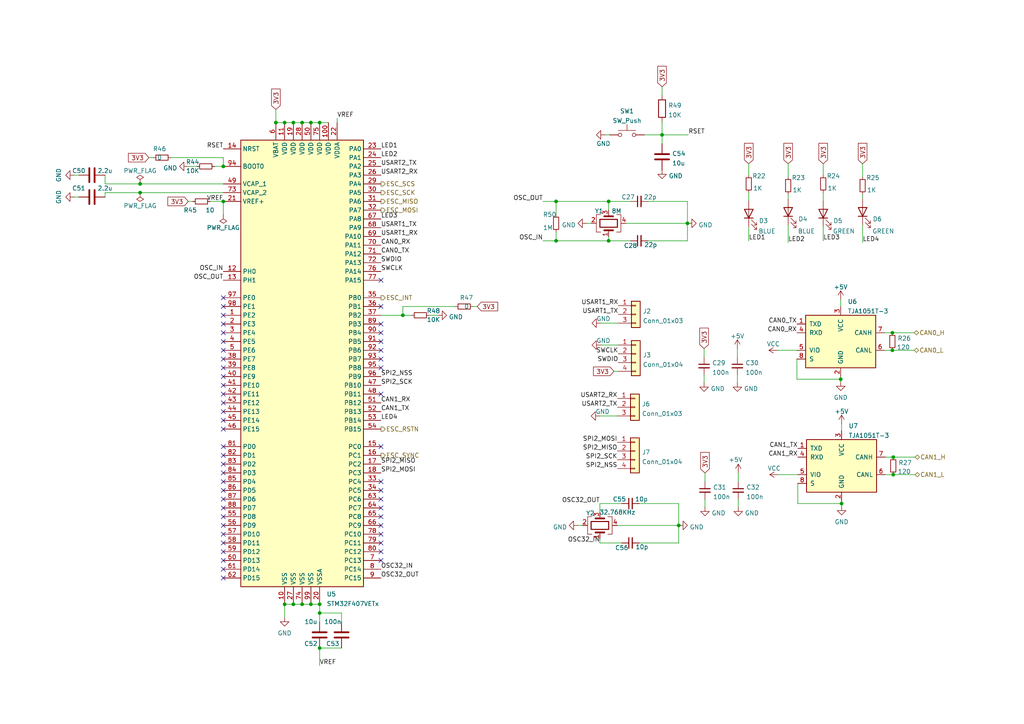
<source format=kicad_sch>
(kicad_sch (version 20211123) (generator eeschema)
  (paper "A4")
  (lib_symbols
    (symbol "Connector_Generic:Conn_01x03" (pin_names (offset 1.016) hide)
      (property "Reference" "J" (at 0 5.08 0))
      (property "Value" "Conn_01x03" (at 0 -5.08 0))
      (symbol "Conn_01x03_1_1"
        (rectangle (start -1.27 -2.413) (end 0 -2.667) (stroke (width 0.1524)))
        (rectangle (start -1.27 0.127) (end 0 -0.127) (stroke (width 0.1524)))
        (rectangle (start -1.27 2.667) (end 0 2.413) (stroke (width 0.1524)))
        (rectangle (start -1.27 3.81) (end 1.27 -3.81) (stroke (width 0.254)) (fill (type background)))
        (pin passive line (at -5.08 2.54 0) (length 3.81) (name "Pin_1") (number "1"))
        (pin passive line (at -5.08 0 0) (length 3.81) (name "Pin_2") (number "2"))
        (pin passive line (at -5.08 -2.54 0) (length 3.81) (name "Pin_3") (number "3"))
      )
    )
    (symbol "Connector_Generic:Conn_01x04" (pin_names (offset 1.016) hide)
      (property "Reference" "J" (at 0 5.08 0))
      (property "Value" "Conn_01x04" (at 0 -7.62 0))
      (symbol "Conn_01x04_1_1"
        (rectangle (start -1.27 -4.953) (end 0 -5.207) (stroke (width 0.1524)))
        (rectangle (start -1.27 -2.413) (end 0 -2.667) (stroke (width 0.1524)))
        (rectangle (start -1.27 0.127) (end 0 -0.127) (stroke (width 0.1524)))
        (rectangle (start -1.27 2.667) (end 0 2.413) (stroke (width 0.1524)))
        (rectangle (start -1.27 3.81) (end 1.27 -6.35) (stroke (width 0.254)) (fill (type background)))
        (pin passive line (at -5.08 2.54 0) (length 3.81) (name "Pin_1") (number "1"))
        (pin passive line (at -5.08 0 0) (length 3.81) (name "Pin_2") (number "2"))
        (pin passive line (at -5.08 -2.54 0) (length 3.81) (name "Pin_3") (number "3"))
        (pin passive line (at -5.08 -5.08 0) (length 3.81) (name "Pin_4") (number "4"))
      )
    )
    (symbol "Device:C" (pin_numbers hide) (pin_names (offset 0.254))
      (property "Reference" "C" (at 0.635 2.54 0))
      (property "Value" "C" (at 0.635 -2.54 0))
      (symbol "C_0_1"
        (polyline (pts (xy -2.032 -0.762) (xy 2.032 -0.762)) (stroke (width 0.508)))
        (polyline (pts (xy -2.032 0.762) (xy 2.032 0.762)) (stroke (width 0.508)))
      )
      (symbol "C_1_1"
        (pin passive line (at 0 3.81 270) (length 2.794) (name "~") (number "1"))
        (pin passive line (at 0 -3.81 90) (length 2.794) (name "~") (number "2"))
      )
    )
    (symbol "Device:C_Small" (pin_numbers hide) (pin_names (offset 0.254) hide)
      (property "Reference" "C" (at 0.254 1.778 0))
      (property "Value" "C_Small" (at 0.254 -2.032 0))
      (symbol "C_Small_0_1"
        (polyline (pts (xy -1.524 -0.508) (xy 1.524 -0.508)) (stroke (width 0.3302)))
        (polyline (pts (xy -1.524 0.508) (xy 1.524 0.508)) (stroke (width 0.3048)))
      )
      (symbol "C_Small_1_1"
        (pin passive line (at 0 2.54 270) (length 2.032) (name "~") (number "1"))
        (pin passive line (at 0 -2.54 90) (length 2.032) (name "~") (number "2"))
      )
    )
    (symbol "Device:Crystal_GND24" (pin_names (offset 1.016) hide)
      (property "Reference" "Y" (at 3.175 5.08 0))
      (property "Value" "Crystal_GND24" (at 3.175 3.175 0))
      (symbol "Crystal_GND24_0_1"
        (rectangle (start -1.143 2.54) (end 1.143 -2.54) (stroke (width 0.3048)))
        (polyline (pts (xy -2.54 0) (xy -2.032 0)))
        (polyline (pts (xy -2.032 -1.27) (xy -2.032 1.27)) (stroke (width 0.508)))
        (polyline (pts (xy 0 -3.81) (xy 0 -3.556)))
        (polyline (pts (xy 0 3.556) (xy 0 3.81)))
        (polyline (pts (xy 2.032 -1.27) (xy 2.032 1.27)) (stroke (width 0.508)))
        (polyline (pts (xy 2.032 0) (xy 2.54 0)))
        (polyline (pts (xy -2.54 -2.286) (xy -2.54 -3.556) (xy 2.54 -3.556) (xy 2.54 -2.286)))
        (polyline (pts (xy -2.54 2.286) (xy -2.54 3.556) (xy 2.54 3.556) (xy 2.54 2.286)))
      )
      (symbol "Crystal_GND24_1_1"
        (pin passive line (at -3.81 0 0) (length 1.27) (name "1") (number "1"))
        (pin passive line (at 0 5.08 270) (length 1.27) (name "2") (number "2"))
        (pin passive line (at 3.81 0 180) (length 1.27) (name "3") (number "3"))
        (pin passive line (at 0 -5.08 90) (length 1.27) (name "4") (number "4"))
      )
    )
    (symbol "Device:LED" (pin_numbers hide) (pin_names (offset 1.016) hide)
      (property "Reference" "D" (at 0 2.54 0))
      (property "Value" "LED" (at 0 -2.54 0))
      (symbol "LED_0_1"
        (polyline (pts (xy -1.27 -1.27) (xy -1.27 1.27)) (stroke (width 0.254)))
        (polyline (pts (xy -1.27 0) (xy 1.27 0)))
        (polyline (pts (xy 1.27 -1.27) (xy 1.27 1.27) (xy -1.27 0) (xy 1.27 -1.27)) (stroke (width 0.254)))
        (polyline (pts (xy -3.048 -0.762) (xy -4.572 -2.286) (xy -3.81 -2.286) (xy -4.572 -2.286) (xy -4.572 -1.524)))
        (polyline (pts (xy -1.778 -0.762) (xy -3.302 -2.286) (xy -2.54 -2.286) (xy -3.302 -2.286) (xy -3.302 -1.524)))
      )
      (symbol "LED_1_1"
        (pin passive line (at -3.81 0 0) (length 2.54) (name "K") (number "1"))
        (pin passive line (at 3.81 0 180) (length 2.54) (name "A") (number "2"))
      )
    )
    (symbol "Device:R" (pin_numbers hide) (pin_names (offset 0))
      (property "Reference" "R" (at 2.032 0 90))
      (property "Value" "R" (at 0 0 90))
      (symbol "R_0_1"
        (rectangle (start -1.016 -2.54) (end 1.016 2.54) (stroke (width 0.254)))
      )
      (symbol "R_1_1"
        (pin passive line (at 0 3.81 270) (length 1.27) (name "~") (number "1"))
        (pin passive line (at 0 -3.81 90) (length 1.27) (name "~") (number "2"))
      )
    )
    (symbol "Device:R_Small" (pin_numbers hide) (pin_names (offset 0.254) hide)
      (property "Reference" "R" (at 0.762 0.508 0))
      (property "Value" "R_Small" (at 0.762 -1.016 0))
      (symbol "R_Small_0_1"
        (rectangle (start -0.762 1.778) (end 0.762 -1.778) (stroke (width 0.2032)))
      )
      (symbol "R_Small_1_1"
        (pin passive line (at 0 2.54 270) (length 0.762) (name "~") (number "1"))
        (pin passive line (at 0 -2.54 90) (length 0.762) (name "~") (number "2"))
      )
    )
    (symbol "Interface_CAN_LIN:TJA1051T-3" (pin_names (offset 1.016))
      (property "Reference" "U" (at -10.16 8.89 0))
      (property "Value" "TJA1051T-3" (at 1.27 8.89 0))
      (symbol "TJA1051T-3_0_1"
        (rectangle (start -10.16 7.62) (end 10.16 -7.62) (stroke (width 0.254)) (fill (type background)))
      )
      (symbol "TJA1051T-3_1_1"
        (pin input line (at -12.7 5.08 0) (length 2.54) (name "TXD") (number "1"))
        (pin power_in line (at 0 -10.16 90) (length 2.54) (name "GND") (number "2"))
        (pin power_in line (at 0 10.16 270) (length 2.54) (name "VCC") (number "3"))
        (pin output line (at -12.7 2.54 0) (length 2.54) (name "RXD") (number "4"))
        (pin power_in line (at -12.7 -2.54 0) (length 2.54) (name "VIO") (number "5"))
        (pin bidirectional line (at 12.7 -2.54 180) (length 2.54) (name "CANL") (number "6"))
        (pin bidirectional line (at 12.7 2.54 180) (length 2.54) (name "CANH") (number "7"))
        (pin input line (at -12.7 -5.08 0) (length 2.54) (name "S") (number "8"))
      )
    )
    (symbol "MCU_ST_STM32F4:STM32F407VETx"
      (property "Reference" "U" (at -17.78 64.77 0))
      (property "Value" "STM32F407VETx" (at 12.7 64.77 0))
      (symbol "STM32F407VETx_0_1"
        (rectangle (start -17.78 -66.04) (end 17.78 63.5) (stroke (width 0.254)) (fill (type background)))
      )
      (symbol "STM32F407VETx_1_1"
        (pin bidirectional line (at -22.86 12.7 0) (length 5.08) (name "PE2") (number "1"))
        (pin power_in line (at -5.08 -71.12 90) (length 5.08) (name "VSS") (number "10"))
        (pin power_in line (at 7.62 68.58 270) (length 5.08) (name "VDD") (number "100"))
        (pin power_in line (at -5.08 68.58 270) (length 5.08) (name "VDD") (number "11"))
        (pin input line (at -22.86 25.4 0) (length 5.08) (name "PH0") (number "12"))
        (pin input line (at -22.86 22.86 0) (length 5.08) (name "PH1") (number "13"))
        (pin input line (at -22.86 60.96 0) (length 5.08) (name "NRST") (number "14"))
        (pin bidirectional line (at 22.86 -25.4 180) (length 5.08) (name "PC0") (number "15"))
        (pin bidirectional line (at 22.86 -27.94 180) (length 5.08) (name "PC1") (number "16"))
        (pin bidirectional line (at 22.86 -30.48 180) (length 5.08) (name "PC2") (number "17"))
        (pin bidirectional line (at 22.86 -33.02 180) (length 5.08) (name "PC3") (number "18"))
        (pin power_in line (at -2.54 68.58 270) (length 5.08) (name "VDD") (number "19"))
        (pin bidirectional line (at -22.86 10.16 0) (length 5.08) (name "PE3") (number "2"))
        (pin power_in line (at 5.08 -71.12 90) (length 5.08) (name "VSSA") (number "20"))
        (pin power_in line (at -22.86 45.72 0) (length 5.08) (name "VREF+") (number "21"))
        (pin power_in line (at 10.16 68.58 270) (length 5.08) (name "VDDA") (number "22"))
        (pin bidirectional line (at 22.86 60.96 180) (length 5.08) (name "PA0") (number "23"))
        (pin bidirectional line (at 22.86 58.42 180) (length 5.08) (name "PA1") (number "24"))
        (pin bidirectional line (at 22.86 55.88 180) (length 5.08) (name "PA2") (number "25"))
        (pin bidirectional line (at 22.86 53.34 180) (length 5.08) (name "PA3") (number "26"))
        (pin power_in line (at -2.54 -71.12 90) (length 5.08) (name "VSS") (number "27"))
        (pin power_in line (at 0 68.58 270) (length 5.08) (name "VDD") (number "28"))
        (pin bidirectional line (at 22.86 50.8 180) (length 5.08) (name "PA4") (number "29"))
        (pin bidirectional line (at -22.86 7.62 0) (length 5.08) (name "PE4") (number "3"))
        (pin bidirectional line (at 22.86 48.26 180) (length 5.08) (name "PA5") (number "30"))
        (pin bidirectional line (at 22.86 45.72 180) (length 5.08) (name "PA6") (number "31"))
        (pin bidirectional line (at 22.86 43.18 180) (length 5.08) (name "PA7") (number "32"))
        (pin bidirectional line (at 22.86 -35.56 180) (length 5.08) (name "PC4") (number "33"))
        (pin bidirectional line (at 22.86 -38.1 180) (length 5.08) (name "PC5") (number "34"))
        (pin bidirectional line (at 22.86 17.78 180) (length 5.08) (name "PB0") (number "35"))
        (pin bidirectional line (at 22.86 15.24 180) (length 5.08) (name "PB1") (number "36"))
        (pin bidirectional line (at 22.86 12.7 180) (length 5.08) (name "PB2") (number "37"))
        (pin bidirectional line (at -22.86 0 0) (length 5.08) (name "PE7") (number "38"))
        (pin bidirectional line (at -22.86 -2.54 0) (length 5.08) (name "PE8") (number "39"))
        (pin bidirectional line (at -22.86 5.08 0) (length 5.08) (name "PE5") (number "4"))
        (pin bidirectional line (at -22.86 -5.08 0) (length 5.08) (name "PE9") (number "40"))
        (pin bidirectional line (at -22.86 -7.62 0) (length 5.08) (name "PE10") (number "41"))
        (pin bidirectional line (at -22.86 -10.16 0) (length 5.08) (name "PE11") (number "42"))
        (pin bidirectional line (at -22.86 -12.7 0) (length 5.08) (name "PE12") (number "43"))
        (pin bidirectional line (at -22.86 -15.24 0) (length 5.08) (name "PE13") (number "44"))
        (pin bidirectional line (at -22.86 -17.78 0) (length 5.08) (name "PE14") (number "45"))
        (pin bidirectional line (at -22.86 -20.32 0) (length 5.08) (name "PE15") (number "46"))
        (pin bidirectional line (at 22.86 -7.62 180) (length 5.08) (name "PB10") (number "47"))
        (pin bidirectional line (at 22.86 -10.16 180) (length 5.08) (name "PB11") (number "48"))
        (pin power_in line (at -22.86 50.8 0) (length 5.08) (name "VCAP_1") (number "49"))
        (pin bidirectional line (at -22.86 2.54 0) (length 5.08) (name "PE6") (number "5"))
        (pin power_in line (at 2.54 68.58 270) (length 5.08) (name "VDD") (number "50"))
        (pin bidirectional line (at 22.86 -12.7 180) (length 5.08) (name "PB12") (number "51"))
        (pin bidirectional line (at 22.86 -15.24 180) (length 5.08) (name "PB13") (number "52"))
        (pin bidirectional line (at 22.86 -17.78 180) (length 5.08) (name "PB14") (number "53"))
        (pin bidirectional line (at 22.86 -20.32 180) (length 5.08) (name "PB15") (number "54"))
        (pin bidirectional line (at -22.86 -45.72 0) (length 5.08) (name "PD8") (number "55"))
        (pin bidirectional line (at -22.86 -48.26 0) (length 5.08) (name "PD9") (number "56"))
        (pin bidirectional line (at -22.86 -50.8 0) (length 5.08) (name "PD10") (number "57"))
        (pin bidirectional line (at -22.86 -53.34 0) (length 5.08) (name "PD11") (number "58"))
        (pin bidirectional line (at -22.86 -55.88 0) (length 5.08) (name "PD12") (number "59"))
        (pin power_in line (at -7.62 68.58 270) (length 5.08) (name "VBAT") (number "6"))
        (pin bidirectional line (at -22.86 -58.42 0) (length 5.08) (name "PD13") (number "60"))
        (pin bidirectional line (at -22.86 -60.96 0) (length 5.08) (name "PD14") (number "61"))
        (pin bidirectional line (at -22.86 -63.5 0) (length 5.08) (name "PD15") (number "62"))
        (pin bidirectional line (at 22.86 -40.64 180) (length 5.08) (name "PC6") (number "63"))
        (pin bidirectional line (at 22.86 -43.18 180) (length 5.08) (name "PC7") (number "64"))
        (pin bidirectional line (at 22.86 -45.72 180) (length 5.08) (name "PC8") (number "65"))
        (pin bidirectional line (at 22.86 -48.26 180) (length 5.08) (name "PC9") (number "66"))
        (pin bidirectional line (at 22.86 40.64 180) (length 5.08) (name "PA8") (number "67"))
        (pin bidirectional line (at 22.86 38.1 180) (length 5.08) (name "PA9") (number "68"))
        (pin bidirectional line (at 22.86 35.56 180) (length 5.08) (name "PA10") (number "69"))
        (pin bidirectional line (at 22.86 -58.42 180) (length 5.08) (name "PC13") (number "7"))
        (pin bidirectional line (at 22.86 33.02 180) (length 5.08) (name "PA11") (number "70"))
        (pin bidirectional line (at 22.86 30.48 180) (length 5.08) (name "PA12") (number "71"))
        (pin bidirectional line (at 22.86 27.94 180) (length 5.08) (name "PA13") (number "72"))
        (pin power_in line (at -22.86 48.26 0) (length 5.08) (name "VCAP_2") (number "73"))
        (pin power_in line (at 0 -71.12 90) (length 5.08) (name "VSS") (number "74"))
        (pin power_in line (at 5.08 68.58 270) (length 5.08) (name "VDD") (number "75"))
        (pin bidirectional line (at 22.86 25.4 180) (length 5.08) (name "PA14") (number "76"))
        (pin bidirectional line (at 22.86 22.86 180) (length 5.08) (name "PA15") (number "77"))
        (pin bidirectional line (at 22.86 -50.8 180) (length 5.08) (name "PC10") (number "78"))
        (pin bidirectional line (at 22.86 -53.34 180) (length 5.08) (name "PC11") (number "79"))
        (pin bidirectional line (at 22.86 -60.96 180) (length 5.08) (name "PC14") (number "8"))
        (pin bidirectional line (at 22.86 -55.88 180) (length 5.08) (name "PC12") (number "80"))
        (pin bidirectional line (at -22.86 -25.4 0) (length 5.08) (name "PD0") (number "81"))
        (pin bidirectional line (at -22.86 -27.94 0) (length 5.08) (name "PD1") (number "82"))
        (pin bidirectional line (at -22.86 -30.48 0) (length 5.08) (name "PD2") (number "83"))
        (pin bidirectional line (at -22.86 -33.02 0) (length 5.08) (name "PD3") (number "84"))
        (pin bidirectional line (at -22.86 -35.56 0) (length 5.08) (name "PD4") (number "85"))
        (pin bidirectional line (at -22.86 -38.1 0) (length 5.08) (name "PD5") (number "86"))
        (pin bidirectional line (at -22.86 -40.64 0) (length 5.08) (name "PD6") (number "87"))
        (pin bidirectional line (at -22.86 -43.18 0) (length 5.08) (name "PD7") (number "88"))
        (pin bidirectional line (at 22.86 10.16 180) (length 5.08) (name "PB3") (number "89"))
        (pin bidirectional line (at 22.86 -63.5 180) (length 5.08) (name "PC15") (number "9"))
        (pin bidirectional line (at 22.86 7.62 180) (length 5.08) (name "PB4") (number "90"))
        (pin bidirectional line (at 22.86 5.08 180) (length 5.08) (name "PB5") (number "91"))
        (pin bidirectional line (at 22.86 2.54 180) (length 5.08) (name "PB6") (number "92"))
        (pin bidirectional line (at 22.86 0 180) (length 5.08) (name "PB7") (number "93"))
        (pin input line (at -22.86 55.88 0) (length 5.08) (name "BOOT0") (number "94"))
        (pin bidirectional line (at 22.86 -2.54 180) (length 5.08) (name "PB8") (number "95"))
        (pin bidirectional line (at 22.86 -5.08 180) (length 5.08) (name "PB9") (number "96"))
        (pin bidirectional line (at -22.86 17.78 0) (length 5.08) (name "PE0") (number "97"))
        (pin bidirectional line (at -22.86 15.24 0) (length 5.08) (name "PE1") (number "98"))
        (pin power_in line (at 2.54 -71.12 90) (length 5.08) (name "VSS") (number "99"))
      )
    )
    (symbol "Switch:SW_Push" (pin_numbers hide) (pin_names (offset 1.016) hide)
      (property "Reference" "SW" (at 1.27 2.54 0))
      (property "Value" "SW_Push" (at 0 -1.524 0))
      (symbol "SW_Push_0_1"
        (circle (center -2.032 0) (radius 0.508))
        (polyline (pts (xy 0 1.27) (xy 0 3.048)))
        (polyline (pts (xy 2.54 1.27) (xy -2.54 1.27)))
        (circle (center 2.032 0) (radius 0.508))
        (pin passive line (at -5.08 0 0) (length 2.54) (name "1") (number "1"))
        (pin passive line (at 5.08 0 180) (length 2.54) (name "2") (number "2"))
      )
    )
    (symbol "power:+5V" (power) (pin_names (offset 0))
      (property "Value" "+5V" (at 0 3.556 0))
      (symbol "+5V_0_1"
        (polyline (pts (xy -0.762 1.27) (xy 0 2.54)))
        (polyline (pts (xy 0 0) (xy 0 2.54)))
        (polyline (pts (xy 0 2.54) (xy 0.762 1.27)))
      )
      (symbol "+5V_1_1"
        (pin power_in line (at 0 0 90) (length 0) hide (name "+5V") (number "1"))
      )
    )
    (symbol "power:GND" (power) (pin_names (offset 0))
      (property "Value" "GND" (at 0 -3.81 0))
      (symbol "GND_0_1"
        (polyline (pts (xy 0 0) (xy 0 -1.27) (xy 1.27 -1.27) (xy 0 -2.54) (xy -1.27 -1.27) (xy 0 -1.27)))
      )
      (symbol "GND_1_1"
        (pin power_in line (at 0 0 270) (length 0) hide (name "GND") (number "1"))
      )
    )
    (symbol "power:PWR_FLAG" (power) (pin_numbers hide) (pin_names (offset 0) hide)
      (property "Value" "PWR_FLAG" (at 0 3.81 0))
      (symbol "PWR_FLAG_0_0"
        (pin power_out line (at 0 0 90) (length 0) (name "pwr") (number "1"))
      )
      (symbol "PWR_FLAG_0_1"
        (polyline (pts (xy 0 0) (xy 0 1.27) (xy -1.016 1.905) (xy 0 2.54) (xy 1.016 1.905) (xy 0 1.27)))
      )
    )
    (symbol "power:VCC" (power) (pin_names (offset 0))
      (property "Value" "VCC" (at 0 3.81 0))
      (symbol "VCC_0_1"
        (polyline (pts (xy -0.762 1.27) (xy 0 2.54)))
        (polyline (pts (xy 0 0) (xy 0 2.54)))
        (polyline (pts (xy 0 2.54) (xy 0.762 1.27)))
      )
      (symbol "VCC_1_1"
        (pin power_in line (at 0 0 90) (length 0) hide (name "VCC") (number "1"))
      )
    )
  )
  (junction (at 64.77 58.42))
  (junction (at 259.08 137.668))
  (junction (at 196.85 152.4))
  (junction (at 176.53 69.85))
  (junction (at 40.64 53.34))
  (junction (at 90.17 175.26))
  (junction (at 116.84 91.44))
  (junction (at 87.63 175.26))
  (junction (at 80.01 35.56))
  (junction (at 90.17 35.56))
  (junction (at 92.71 187.96))
  (junction (at 161.29 69.85))
  (junction (at 40.64 55.88))
  (junction (at 92.71 177.8))
  (junction (at 92.71 35.56))
  (junction (at 82.55 35.56))
  (junction (at 161.29 58.42))
  (junction (at 64.77 48.26))
  (junction (at 243.84 109.982))
  (junction (at 244.094 146.05))
  (junction (at 85.09 175.26))
  (junction (at 259.08 132.588))
  (junction (at 199.39 64.77))
  (junction (at 192.024 39.116))
  (junction (at 92.71 175.26))
  (junction (at 258.826 101.6))
  (junction (at 258.826 96.52))
  (junction (at 85.09 35.56))
  (junction (at 82.55 175.26))
  (junction (at 176.53 58.42))
  (junction (at 87.63 35.56))
  (no_connect (at 110.49 88.9))
  (no_connect (at 110.49 81.28))
  (no_connect (at 64.77 139.7))
  (no_connect (at 64.77 137.16))
  (no_connect (at 64.77 134.62))
  (no_connect (at 64.77 132.08))
  (no_connect (at 64.77 129.54))
  (no_connect (at 64.77 124.46))
  (no_connect (at 64.77 121.92))
  (no_connect (at 64.77 119.38))
  (no_connect (at 64.77 116.84))
  (no_connect (at 64.77 114.3))
  (no_connect (at 64.77 111.76))
  (no_connect (at 64.77 109.22))
  (no_connect (at 64.77 106.68))
  (no_connect (at 64.77 104.14))
  (no_connect (at 64.77 101.6))
  (no_connect (at 64.77 86.36))
  (no_connect (at 64.77 99.06))
  (no_connect (at 64.77 96.52))
  (no_connect (at 64.77 93.98))
  (no_connect (at 64.77 91.44))
  (no_connect (at 64.77 88.9))
  (no_connect (at 110.49 147.32))
  (no_connect (at 110.49 149.86))
  (no_connect (at 110.49 152.4))
  (no_connect (at 110.49 154.94))
  (no_connect (at 110.49 157.48))
  (no_connect (at 110.49 160.02))
  (no_connect (at 110.49 162.56))
  (no_connect (at 64.77 154.94))
  (no_connect (at 64.77 152.4))
  (no_connect (at 64.77 149.86))
  (no_connect (at 64.77 147.32))
  (no_connect (at 64.77 144.78))
  (no_connect (at 64.77 142.24))
  (no_connect (at 110.49 114.3))
  (no_connect (at 110.49 129.54))
  (no_connect (at 110.49 139.7))
  (no_connect (at 110.49 142.24))
  (no_connect (at 110.49 144.78))
  (no_connect (at 110.49 101.6))
  (no_connect (at 110.49 104.14))
  (no_connect (at 110.49 106.68))
  (no_connect (at 110.49 93.98))
  (no_connect (at 110.49 96.52))
  (no_connect (at 110.49 99.06))
  (no_connect (at 64.77 167.64))
  (no_connect (at 64.77 165.1))
  (no_connect (at 64.77 162.56))
  (no_connect (at 64.77 160.02))
  (no_connect (at 64.77 157.48))
  (wire (pts (xy 192.024 39.116) (xy 199.644 39.116)))
  (wire (pts (xy 119.38 91.44) (xy 116.84 91.44)))
  (wire (pts (xy 54.61 58.42) (xy 55.88 58.42)))
  (wire (pts (xy 243.84 109.982) (xy 243.84 110.744)))
  (wire (pts (xy 80.01 35.56) (xy 82.55 35.56)))
  (wire (pts (xy 92.71 35.56) (xy 95.25 35.56)))
  (wire (pts (xy 228.6 56.388) (xy 228.6 57.658)))
  (wire (pts (xy 173.99 146.05) (xy 180.34 146.05)))
  (wire (pts (xy 231.14 109.982) (xy 243.84 109.982)))
  (wire (pts (xy 204.216 101.092) (xy 204.216 103.632)))
  (wire (pts (xy 217.17 47.498) (xy 217.17 50.8)))
  (wire (pts (xy 231.14 104.14) (xy 231.14 109.982)))
  (wire (pts (xy 64.77 45.72) (xy 64.77 48.26)))
  (wire (pts (xy 60.96 58.42) (xy 64.77 58.42)))
  (wire (pts (xy 258.826 96.52) (xy 265.176 96.52)))
  (wire (pts (xy 21.59 57.15) (xy 22.86 57.15)))
  (wire (pts (xy 92.71 175.26) (xy 92.71 177.8)))
  (wire (pts (xy 167.64 152.4) (xy 168.91 152.4)))
  (wire (pts (xy 161.29 69.85) (xy 176.53 69.85)))
  (wire (pts (xy 204.47 144.78) (xy 204.47 147.066)))
  (wire (pts (xy 161.29 58.42) (xy 161.29 62.23)))
  (wire (pts (xy 256.794 137.668) (xy 259.08 137.668)))
  (wire (pts (xy 185.42 157.48) (xy 196.85 157.48)))
  (wire (pts (xy 243.84 86.868) (xy 243.84 88.9)))
  (wire (pts (xy 92.71 177.8) (xy 92.71 180.34)))
  (wire (pts (xy 256.54 101.6) (xy 258.826 101.6)))
  (wire (pts (xy 179.07 152.4) (xy 196.85 152.4)))
  (wire (pts (xy 161.29 58.42) (xy 176.53 58.42)))
  (wire (pts (xy 256.794 132.588) (xy 259.08 132.588)))
  (wire (pts (xy 157.48 69.85) (xy 161.29 69.85)))
  (wire (pts (xy 259.08 137.668) (xy 265.43 137.668)))
  (wire (pts (xy 176.53 60.96) (xy 176.53 58.42)))
  (wire (pts (xy 127 91.44) (xy 124.46 91.44)))
  (wire (pts (xy 99.06 187.96) (xy 92.71 187.96)))
  (wire (pts (xy 199.39 64.77) (xy 199.39 69.85)))
  (wire (pts (xy 186.944 39.116) (xy 192.024 39.116)))
  (wire (pts (xy 256.54 96.52) (xy 258.826 96.52)))
  (wire (pts (xy 30.48 55.88) (xy 30.48 57.15)))
  (wire (pts (xy 49.53 45.72) (xy 64.77 45.72)))
  (wire (pts (xy 178.054 107.696) (xy 179.324 107.696)))
  (wire (pts (xy 92.71 177.8) (xy 99.06 177.8)))
  (wire (pts (xy 80.01 31.75) (xy 80.01 35.56)))
  (wire (pts (xy 157.48 58.42) (xy 161.29 58.42)))
  (wire (pts (xy 204.216 108.712) (xy 204.216 110.998)))
  (wire (pts (xy 250.19 47.498) (xy 250.19 51.308)))
  (wire (pts (xy 175.514 39.116) (xy 176.784 39.116)))
  (wire (pts (xy 176.53 58.42) (xy 182.88 58.42)))
  (wire (pts (xy 64.77 55.88) (xy 40.64 55.88)))
  (wire (pts (xy 90.17 175.26) (xy 87.63 175.26)))
  (wire (pts (xy 250.19 56.388) (xy 250.19 57.658)))
  (wire (pts (xy 30.48 53.34) (xy 40.64 53.34)))
  (wire (pts (xy 196.85 152.4) (xy 196.85 157.48)))
  (wire (pts (xy 173.99 148.59) (xy 173.99 146.05)))
  (wire (pts (xy 185.42 146.05) (xy 196.85 146.05)))
  (wire (pts (xy 213.868 101.092) (xy 213.868 103.632)))
  (wire (pts (xy 244.094 122.936) (xy 244.094 124.968)))
  (wire (pts (xy 173.99 156.21) (xy 173.99 157.48)))
  (wire (pts (xy 204.47 137.16) (xy 204.47 139.7)))
  (wire (pts (xy 85.09 175.26) (xy 82.55 175.26)))
  (wire (pts (xy 259.08 132.588) (xy 265.43 132.588)))
  (wire (pts (xy 196.85 146.05) (xy 196.85 152.4)))
  (wire (pts (xy 225.552 101.6) (xy 231.14 101.6)))
  (wire (pts (xy 90.17 35.56) (xy 92.71 35.56)))
  (wire (pts (xy 213.868 108.712) (xy 213.868 110.998)))
  (wire (pts (xy 116.84 88.9) (xy 116.84 91.44)))
  (wire (pts (xy 90.17 175.26) (xy 92.71 175.26)))
  (wire (pts (xy 92.71 187.96) (xy 92.71 193.04)))
  (wire (pts (xy 99.06 177.8) (xy 99.06 180.34)))
  (wire (pts (xy 244.094 146.05) (xy 244.094 146.812)))
  (wire (pts (xy 228.6 65.278) (xy 228.6 70.358)))
  (wire (pts (xy 250.19 65.278) (xy 250.19 70.358)))
  (wire (pts (xy 54.61 48.26) (xy 57.15 48.26)))
  (wire (pts (xy 110.49 91.44) (xy 116.84 91.44)))
  (wire (pts (xy 231.394 140.208) (xy 231.394 146.05)))
  (wire (pts (xy 187.96 69.85) (xy 199.39 69.85)))
  (wire (pts (xy 85.09 35.56) (xy 87.63 35.56)))
  (wire (pts (xy 217.17 65.786) (xy 217.17 69.85)))
  (wire (pts (xy 30.48 53.34) (xy 30.48 50.8)))
  (wire (pts (xy 187.96 58.42) (xy 199.39 58.42)))
  (wire (pts (xy 231.394 146.05) (xy 244.094 146.05)))
  (wire (pts (xy 82.55 35.56) (xy 85.09 35.56)))
  (wire (pts (xy 192.024 35.306) (xy 192.024 39.116)))
  (wire (pts (xy 161.29 67.31) (xy 161.29 69.85)))
  (wire (pts (xy 176.53 68.58) (xy 176.53 69.85)))
  (wire (pts (xy 244.094 145.288) (xy 244.094 146.05)))
  (wire (pts (xy 174.244 100.076) (xy 179.324 100.076)))
  (wire (pts (xy 173.99 157.48) (xy 180.34 157.48)))
  (wire (pts (xy 181.61 64.77) (xy 199.39 64.77)))
  (wire (pts (xy 238.76 65.786) (xy 238.76 69.85)))
  (wire (pts (xy 192.024 39.116) (xy 192.024 41.656)))
  (wire (pts (xy 217.17 55.88) (xy 217.17 58.166)))
  (wire (pts (xy 228.6 47.498) (xy 228.6 51.308)))
  (wire (pts (xy 214.122 144.78) (xy 214.122 147.066)))
  (wire (pts (xy 62.23 48.26) (xy 64.77 48.26)))
  (wire (pts (xy 238.76 47.498) (xy 238.76 50.8)))
  (wire (pts (xy 170.18 64.77) (xy 171.45 64.77)))
  (wire (pts (xy 87.63 175.26) (xy 85.09 175.26)))
  (wire (pts (xy 97.79 34.29) (xy 97.79 35.56)))
  (wire (pts (xy 173.99 120.65) (xy 179.07 120.65)))
  (wire (pts (xy 214.122 137.16) (xy 214.122 139.7)))
  (wire (pts (xy 243.84 109.22) (xy 243.84 109.982)))
  (wire (pts (xy 258.826 101.6) (xy 265.176 101.6)))
  (wire (pts (xy 87.63 35.56) (xy 90.17 35.56)))
  (wire (pts (xy 21.59 50.8) (xy 22.86 50.8)))
  (wire (pts (xy 82.55 175.26) (xy 82.55 179.07)))
  (wire (pts (xy 138.43 88.9) (xy 137.16 88.9)))
  (wire (pts (xy 64.77 58.42) (xy 64.77 62.23)))
  (wire (pts (xy 43.18 45.72) (xy 44.45 45.72)))
  (wire (pts (xy 174.244 93.726) (xy 179.324 93.726)))
  (wire (pts (xy 238.76 55.88) (xy 238.76 58.166)))
  (wire (pts (xy 40.64 55.88) (xy 30.48 55.88)))
  (wire (pts (xy 132.08 88.9) (xy 116.84 88.9)))
  (wire (pts (xy 176.53 69.85) (xy 182.88 69.85)))
  (wire (pts (xy 40.64 53.34) (xy 64.77 53.34)))
  (wire (pts (xy 199.39 58.42) (xy 199.39 64.77)))
  (wire (pts (xy 225.806 137.668) (xy 231.394 137.668)))
  (wire (pts (xy 192.024 25.146) (xy 192.024 27.686)))
  (label "OSC_OUT" (at 157.48 58.42 180))
  (label "SWCLK" (at 110.49 78.74 0))
  (label "LED3" (at 110.49 63.5 0))
  (label "LED4" (at 250.19 70.358 0))
  (label "LED2" (at 228.6 70.358 0))
  (label "USART2_RX" (at 179.07 115.57 180))
  (label "USART1_RX" (at 179.324 88.646 180))
  (label "OSC_IN" (at 157.48 69.85 180))
  (label "SPI2_MOSI" (at 110.49 137.16 0))
  (label "CAN0_RX" (at 231.14 96.52 180))
  (label "OSC32_IN" (at 173.99 157.48 180))
  (label "SPI2_SCK" (at 110.49 111.76 0))
  (label "SPI2_MOSI" (at 179.07 128.27 180))
  (label "USART1_TX" (at 179.324 91.186 180))
  (label "SPI2_MISO" (at 179.07 130.81 180))
  (label "USART1_TX" (at 110.49 66.04 0))
  (label "LED3" (at 238.76 69.85 0))
  (label "USART1_RX" (at 110.49 68.58 0))
  (label "LED4" (at 110.49 121.92 0))
  (label "CAN0_TX" (at 110.49 73.66 0))
  (label "USART2_TX" (at 179.07 118.11 180))
  (label "OSC32_OUT" (at 110.49 167.64 0))
  (label "SPI2_SCK" (at 179.07 133.35 180))
  (label "RSET" (at 199.644 39.116 0))
  (label "SPI2_NSS" (at 110.49 109.22 0))
  (label "CAN0_RX" (at 110.49 71.12 0))
  (label "SWCLK" (at 179.324 102.616 180))
  (label "USART2_RX" (at 110.49 50.8 0))
  (label "LED2" (at 110.49 45.72 0))
  (label "USART2_TX" (at 110.49 48.26 0))
  (label "LED1" (at 217.17 69.85 0))
  (label "CAN1_TX" (at 231.394 130.048 180))
  (label "SWDIO" (at 179.324 105.156 180))
  (label "OSC_IN" (at 64.77 78.74 180))
  (label "CAN1_RX" (at 110.49 116.84 0))
  (label "RSET" (at 64.77 43.18 180))
  (label "SWDIO" (at 110.49 76.2 0))
  (label "LED1" (at 110.49 43.18 0))
  (label "OSC32_IN" (at 110.49 165.1 0))
  (label "OSC32_OUT" (at 173.99 146.05 180))
  (label "CAN1_TX" (at 110.49 119.38 0))
  (label "CAN0_TX" (at 231.14 93.98 180))
  (label "VREF" (at 92.71 193.04 0))
  (label "VREF" (at 97.79 34.29 0))
  (label "VREF" (at 64.77 58.42 180))
  (label "CAN1_RX" (at 231.394 132.588 180))
  (label "OSC_OUT" (at 64.77 81.28 180))
  (label "SPI2_NSS" (at 179.07 135.89 180))
  (label "SPI2_MISO" (at 110.49 134.62 0))
  (global_label "3V3" (shape input) (at 238.76 47.498 90) (property "Intersheet References" "${INTERSHEET_REFS}" (effects hide)))
  (global_label "3V3" (shape input) (at 217.17 47.498 90) (property "Intersheet References" "${INTERSHEET_REFS}" (effects hide)))
  (global_label "3V3" (shape input) (at 204.216 101.092 90) (property "Intersheet References" "${INTERSHEET_REFS}" (effects hide)))
  (global_label "3V3" (shape input) (at 43.18 45.72 180) (property "Intersheet References" "${INTERSHEET_REFS}" (effects hide)))
  (global_label "3V3" (shape input) (at 192.024 25.146 90) (property "Intersheet References" "${INTERSHEET_REFS}" (effects hide)))
  (global_label "3V3" (shape input) (at 204.47 137.16 90) (property "Intersheet References" "${INTERSHEET_REFS}" (effects hide)))
  (global_label "3V3" (shape input) (at 54.61 58.42 180) (property "Intersheet References" "${INTERSHEET_REFS}" (effects hide)))
  (global_label "3V3" (shape input) (at 138.43 88.9 0) (property "Intersheet References" "${INTERSHEET_REFS}" (effects hide)))
  (global_label "3V3" (shape input) (at 80.01 31.75 90) (property "Intersheet References" "${INTERSHEET_REFS}" (effects hide)))
  (global_label "3V3" (shape input) (at 228.6 47.498 90) (property "Intersheet References" "${INTERSHEET_REFS}" (effects hide)))
  (global_label "3V3" (shape input) (at 178.054 107.696 180) (property "Intersheet References" "${INTERSHEET_REFS}" (effects hide)))
  (global_label "3V3" (shape input) (at 250.19 47.498 90) (property "Intersheet References" "${INTERSHEET_REFS}" (effects hide)))
  (hierarchical_label "ESC_MOSI" (shape output) (at 110.49 60.96 0))
  (hierarchical_label "CAN1_L" (shape bidirectional) (at 265.43 137.668 0))
  (hierarchical_label "CAN0_L" (shape bidirectional) (at 265.176 101.6 0))
  (hierarchical_label "ESC_SYNC" (shape output) (at 110.49 132.08 0))
  (hierarchical_label "ESC_RSTN" (shape output) (at 110.49 124.46 0))
  (hierarchical_label "CAN0_H" (shape bidirectional) (at 265.176 96.52 0))
  (hierarchical_label "CAN1_H" (shape bidirectional) (at 265.43 132.588 0))
  (hierarchical_label "ESC_INT" (shape output) (at 110.49 86.36 0))
  (hierarchical_label "ESC_MISO" (shape output) (at 110.49 58.42 0))
  (hierarchical_label "ESC_SCK" (shape output) (at 110.49 55.88 0))
  (hierarchical_label "ESC_SCS" (shape output) (at 110.49 53.34 0))
  (symbol (lib_id "power:GND") (at 82.55 179.07 0) (unit 1)
    (property "Reference" "#PWR0145" (effects hide))
    (property "Value" "GND" (at 82.55 183.6325 0))
  )
  (symbol (lib_id "power:GND") (at 21.59 57.15 270) (unit 1)
    (property "Reference" "#PWR0191" (effects hide))
    (property "Value" "GND" (at 17.0275 57.15 0))
  )
  (symbol (lib_id "Device:C") (at 26.67 50.8 90) (unit 1)
    (property "Reference" "C50" (at 22.86 49.53 90))
    (property "Value" "2.2u" (at 30.48 49.53 90))
    (property "Footprint" "Capacitor_SMD:C_0603_1608Metric" (effects hide))
  )
  (symbol (lib_id "Device:C_Small") (at 213.868 106.172 0) (unit 1)
    (property "Reference" "C30" (at 216.1921 105.2698 0) (effects (justify left)))
    (property "Value" "100n" (at 216.1921 108.0449 0) (effects (justify left)))
    (property "Footprint" "Capacitor_SMD:C_0603_1608Metric" (effects hide))
  )
  (symbol (lib_id "Device:LED") (at 238.76 61.976 90) (unit 1)
    (property "Reference" "D5" (at 241.681 64.0425 90) (effects (justify right)))
    (property "Value" "GREEN" (at 241.554 67.056 90) (effects (justify right)))
    (property "Footprint" "LED_SMD:LED_0603_1608Metric" (effects hide))
  )
  (symbol (lib_id "Device:R_Small") (at 258.826 99.06 0) (unit 1)
    (property "Reference" "R26" (at 260.3246 98.1515 0) (effects (justify left)))
    (property "Value" "120" (at 260.096 100.711 0) (effects (justify left)))
    (property "Footprint" "Resistor_SMD:R_0603_1608Metric" (effects hide))
  )
  (symbol (lib_id "power:GND") (at 175.514 39.116 270) (unit 1)
    (property "Reference" "#PWR0195" (effects hide))
    (property "Value" "GND" (at 172.974 41.656 90) (effects (justify left)))
  )
  (symbol (lib_id "power:GND") (at 174.244 100.076 270) (unit 1)
    (property "Reference" "#PWR0152" (effects hide))
    (property "Value" "GND" (at 172.974 98.806 90) (effects (justify left)))
  )
  (symbol (lib_id "Device:LED") (at 228.6 61.468 90) (unit 1)
    (property "Reference" "D4" (at 231.521 63.5345 90) (effects (justify right)))
    (property "Value" "BLUE" (at 231.394 67.056 90) (effects (justify right)))
    (property "Footprint" "LED_SMD:LED_0603_1608Metric" (effects hide))
  )
  (symbol (lib_id "power:PWR_FLAG") (at 40.64 55.88 180) (unit 1)
    (property "Reference" "#FLG0111" (effects hide))
    (property "Value" "PWR_FLAG" (at 40.64 59.69 0))
  )
  (symbol (lib_id "Device:C_Small") (at 185.42 69.85 90) (unit 1)
    (property "Reference" "C28" (at 182.88 71.247 90))
    (property "Value" "22p" (at 188.722 70.993 90))
    (property "Footprint" "Capacitor_SMD:C_0603_1608Metric" (effects hide))
  )
  (symbol (lib_id "Connector_Generic:Conn_01x04") (at 184.15 130.81 0) (unit 1)
    (property "Reference" "J7" (at 186.182 131.1715 0) (effects (justify left)))
    (property "Value" "Conn_01x04" (at 186.182 133.9466 0) (effects (justify left)))
    (property "Footprint" "Connector_JST:JST_GH_SM04B-GHS-TB_1x04-1MP_P1.25mm_Horizontal" (effects hide))
  )
  (symbol (lib_id "power:+5V") (at 243.84 86.868 0) (unit 1)
    (property "Reference" "#PWR0159" (effects hide))
    (property "Value" "+5V" (at 243.84 83.2635 0))
  )
  (symbol (lib_id "Device:LED") (at 217.17 61.976 90) (unit 1)
    (property "Reference" "D3" (at 220.091 64.0425 90) (effects (justify right)))
    (property "Value" "BLUE" (at 219.964 67.056 90) (effects (justify right)))
    (property "Footprint" "LED_SMD:LED_0603_1608Metric" (effects hide))
  )
  (symbol (lib_id "Device:R_Small") (at 121.92 91.44 270) (mirror x) (unit 1)
    (property "Reference" "R48" (at 125.73 90.17 90))
    (property "Value" "10K" (at 125.73 92.71 90))
    (property "Footprint" "Resistor_SMD:R_0603_1608Metric" (effects hide))
  )
  (symbol (lib_id "Device:C_Small") (at 182.88 157.48 90) (unit 1)
    (property "Reference" "C56" (at 180.34 158.877 90))
    (property "Value" "10p" (at 186.182 158.623 90))
    (property "Footprint" "Capacitor_SMD:C_0603_1608Metric" (effects hide))
  )
  (symbol (lib_id "power:PWR_FLAG") (at 64.77 62.23 180) (unit 1)
    (property "Reference" "#FLG0113" (effects hide))
    (property "Value" "PWR_FLAG" (at 64.77 66.04 0))
  )
  (symbol (lib_id "Device:C") (at 99.06 184.15 180) (unit 1)
    (property "Reference" "C53" (at 96.52 186.69 0))
    (property "Value" "100n" (at 96.52 180.34 0))
    (property "Footprint" "Capacitor_SMD:C_0603_1608Metric" (effects hide))
  )
  (symbol (lib_id "Interface_CAN_LIN:TJA1051T-3") (at 243.84 99.06 0) (unit 1)
    (property "Reference" "U6" (at 245.8594 87.4735 0) (effects (justify left)))
    (property "Value" "TJA1051T-3" (at 245.8594 90.2486 0) (effects (justify left)))
    (property "Footprint" "Package_SO:SOIC-8_3.9x4.9mm_P1.27mm" (effects hide))
    (property "Datasheet" "http://www.nxp.com/documents/data_sheet/TJA1051.pdf" (effects hide))
  )
  (symbol (lib_id "power:+5V") (at 214.122 137.16 0) (unit 1)
    (property "Reference" "#PWR0148" (effects hide))
    (property "Value" "+5V" (at 213.36 133.35 0))
  )
  (symbol (lib_id "power:VCC") (at 225.552 101.6 90) (mirror x) (unit 1)
    (property "Reference" "#PWR0158" (effects hide))
    (property "Value" "VCC" (at 224.282 99.7735 90))
  )
  (symbol (lib_id "power:GND") (at 199.39 64.77 90) (unit 1)
    (property "Reference" "#PWR0156" (effects hide))
    (property "Value" "GND" (at 202.565 65.249 90) (effects (justify right)))
  )
  (symbol (lib_id "Connector_Generic:Conn_01x03") (at 184.404 91.186 0) (unit 1)
    (property "Reference" "J2" (at 186.436 90.2775 0) (effects (justify left)))
    (property "Value" "Conn_01x03" (at 186.436 93.0526 0) (effects (justify left)))
    (property "Footprint" "Connector_JST:JST_GH_SM03B-GHS-TB_1x03-1MP_P1.25mm_Horizontal" (effects hide))
  )
  (symbol (lib_id "Device:C_Small") (at 204.47 142.24 0) (unit 1)
    (property "Reference" "C31" (at 206.7941 141.3378 0) (effects (justify left)))
    (property "Value" "100n" (at 206.7941 144.1129 0) (effects (justify left)))
    (property "Footprint" "Capacitor_SMD:C_0603_1608Metric" (effects hide))
  )
  (symbol (lib_id "Device:C_Small") (at 185.42 58.42 90) (unit 1)
    (property "Reference" "C27" (at 184.15 57.15 90) (effects (justify left)))
    (property "Value" "22p" (at 186.69 57.15 90) (effects (justify right)))
    (property "Footprint" "Capacitor_SMD:C_0603_1608Metric" (effects hide))
  )
  (symbol (lib_id "Interface_CAN_LIN:TJA1051T-3") (at 244.094 135.128 0) (unit 1)
    (property "Reference" "U7" (at 246.1134 123.5415 0) (effects (justify left)))
    (property "Value" "TJA1051T-3" (at 246.1134 126.3166 0) (effects (justify left)))
    (property "Footprint" "Package_SO:SOIC-8_3.9x4.9mm_P1.27mm" (effects hide))
    (property "Datasheet" "http://www.nxp.com/documents/data_sheet/TJA1051.pdf" (effects hide))
  )
  (symbol (lib_id "Device:R_Small") (at 46.99 45.72 270) (unit 1)
    (property "Reference" "R46" (at 48.26 43.18 90) (effects (justify right)))
    (property "Value" "0" (at 46.99 45.72 90) (effects (justify right)))
    (property "Footprint" "Resistor_SMD:R_0603_1608Metric" (effects hide))
  )
  (symbol (lib_id "power:+5V") (at 213.868 101.092 0) (unit 1)
    (property "Reference" "#PWR0150" (effects hide))
    (property "Value" "+5V" (at 213.868 97.4875 0))
  )
  (symbol (lib_id "power:GND") (at 170.18 64.77 270) (unit 1)
    (property "Reference" "#PWR0157" (effects hide))
    (property "Value" "GND" (at 167.0051 65.249 90) (effects (justify right)))
  )
  (symbol (lib_id "Device:C") (at 26.67 57.15 90) (unit 1)
    (property "Reference" "C51" (at 22.86 54.61 90))
    (property "Value" "2.2u" (at 30.48 54.61 90))
    (property "Footprint" "Capacitor_SMD:C_0603_1608Metric" (effects hide))
  )
  (symbol (lib_id "MCU_ST_STM32F4:STM32F407VETx") (at 87.63 104.14 0) (unit 1)
    (property "Reference" "U5" (at 94.7294 172.3295 0) (effects (justify left)))
    (property "Value" "STM32F407VETx" (at 94.7294 175.1046 0) (effects (justify left)))
    (property "Footprint" "Package_QFP:LQFP-100_14x14mm_P0.5mm" (effects hide))
    (property "Datasheet" "http://www.st.com/st-web-ui/static/active/en/resource/technical/document/datasheet/DM00037051.pdf" (effects hide))
  )
  (symbol (lib_id "Device:R_Small") (at 59.69 48.26 90) (unit 1)
    (property "Reference" "R44" (at 55.88 46.99 90))
    (property "Value" "10K" (at 55.88 49.53 90))
    (property "Footprint" "Resistor_SMD:R_0603_1608Metric" (effects hide))
  )
  (symbol (lib_id "Device:LED") (at 250.19 61.468 90) (unit 1)
    (property "Reference" "D6" (at 253.111 63.5345 90) (effects (justify right)))
    (property "Value" "GREEN" (at 252.984 67.056 90) (effects (justify right)))
    (property "Footprint" "LED_SMD:LED_0603_1608Metric" (effects hide))
  )
  (symbol (lib_id "Device:R") (at 192.024 31.496 0) (unit 1)
    (property "Reference" "R49" (at 193.802 30.5875 0) (effects (justify left)))
    (property "Value" "10K" (at 193.802 33.3626 0) (effects (justify left)))
    (property "Footprint" "Resistor_SMD:R_0603_1608Metric" (effects hide))
  )
  (symbol (lib_id "power:GND") (at 21.59 50.8 270) (unit 1)
    (property "Reference" "#PWR0151" (effects hide))
    (property "Value" "GND" (at 17.0275 50.8 0))
  )
  (symbol (lib_id "power:GND") (at 243.84 110.744 0) (unit 1)
    (property "Reference" "#PWR0141" (effects hide))
    (property "Value" "GND" (at 243.84 115.3065 0))
  )
  (symbol (lib_id "Device:R_Small") (at 161.29 64.77 180) (unit 1)
    (property "Reference" "R50" (at 157.48 62.23 0) (effects (justify right)))
    (property "Value" "1M" (at 157.48 66.04 0) (effects (justify right)))
    (property "Footprint" "Resistor_SMD:R_0603_1608Metric" (effects hide))
  )
  (symbol (lib_id "Device:R_Small") (at 250.19 53.848 180) (unit 1)
    (property "Reference" "R25" (at 251.206 51.562 0) (effects (justify right)))
    (property "Value" "1K" (at 251.46 55.118 0) (effects (justify right)))
    (property "Footprint" "Resistor_SMD:R_0603_1608Metric" (effects hide))
  )
  (symbol (lib_id "power:PWR_FLAG") (at 40.64 53.34 0) (unit 1)
    (property "Reference" "#FLG0112" (effects hide))
    (property "Value" "PWR_FLAG" (at 40.64 49.53 0))
  )
  (symbol (lib_id "Device:C_Small") (at 204.216 106.172 0) (unit 1)
    (property "Reference" "C29" (at 206.5401 105.2698 0) (effects (justify left)))
    (property "Value" "100n" (at 206.5401 108.0449 0) (effects (justify left)))
    (property "Footprint" "Capacitor_SMD:C_0603_1608Metric" (effects hide))
  )
  (symbol (lib_id "Connector_Generic:Conn_01x03") (at 184.15 118.11 0) (unit 1)
    (property "Reference" "J6" (at 186.182 117.2015 0) (effects (justify left)))
    (property "Value" "Conn_01x03" (at 186.182 119.9766 0) (effects (justify left)))
    (property "Footprint" "Connector_JST:JST_GH_SM03B-GHS-TB_1x03-1MP_P1.25mm_Horizontal" (effects hide))
  )
  (symbol (lib_id "Device:R_Small") (at 238.76 53.34 180) (unit 1)
    (property "Reference" "R24" (at 239.776 51.054 0) (effects (justify right)))
    (property "Value" "1K" (at 240.03 54.61 0) (effects (justify right)))
    (property "Footprint" "Resistor_SMD:R_0603_1608Metric" (effects hide))
  )
  (symbol (lib_id "Device:R_Small") (at 58.42 58.42 270) (unit 1)
    (property "Reference" "R45" (at 57.15 60.96 90) (effects (justify right)))
    (property "Value" "10" (at 62.23 60.96 90) (effects (justify right)))
    (property "Footprint" "Resistor_SMD:R_0603_1608Metric" (effects hide))
  )
  (symbol (lib_id "Device:R_Small") (at 134.62 88.9 90) (mirror x) (unit 1)
    (property "Reference" "R47" (at 133.35 86.36 90) (effects (justify right)))
    (property "Value" "0" (at 134.62 88.9 90) (effects (justify right)))
    (property "Footprint" "Resistor_SMD:R_0603_1608Metric" (effects hide))
  )
  (symbol (lib_id "power:VCC") (at 225.806 137.668 90) (mirror x) (unit 1)
    (property "Reference" "#PWR0144" (effects hide))
    (property "Value" "VCC" (at 224.536 135.8415 90))
  )
  (symbol (lib_id "Device:Crystal_GND24") (at 173.99 152.4 90) (unit 1)
    (property "Reference" "Y2" (at 171.196 148.844 90))
    (property "Value" "32.768KHz" (at 179.07 148.59 90))
    (property "Footprint" "Crystal:Crystal_SMD_3225-4Pin_3.2x2.5mm" (effects hide))
  )
  (symbol (lib_id "Device:Crystal_GND24") (at 176.53 64.77 90) (unit 1)
    (property "Reference" "Y1" (at 173.736 61.214 90))
    (property "Value" "8M" (at 178.816 61.214 90))
    (property "Footprint" "Crystal:Crystal_SMD_3225-4Pin_3.2x2.5mm" (effects hide))
  )
  (symbol (lib_id "power:GND") (at 127 91.44 90) (mirror x) (unit 1)
    (property "Reference" "#PWR0192" (effects hide))
    (property "Value" "GND" (at 130.1749 91.919 90) (effects (justify right)))
  )
  (symbol (lib_id "power:GND") (at 173.99 120.65 270) (unit 1)
    (property "Reference" "#PWR0193" (effects hide))
    (property "Value" "GND" (at 172.72 119.38 90) (effects (justify left)))
  )
  (symbol (lib_id "power:GND") (at 167.64 152.4 270) (unit 1)
    (property "Reference" "#PWR0196" (effects hide))
    (property "Value" "GND" (at 164.4651 152.879 90) (effects (justify right)))
  )
  (symbol (lib_id "power:GND") (at 244.094 146.812 0) (unit 1)
    (property "Reference" "#PWR0143" (effects hide))
    (property "Value" "GND" (at 244.094 151.3745 0))
  )
  (symbol (lib_id "Connector_Generic:Conn_01x04") (at 184.404 102.616 0) (unit 1)
    (property "Reference" "J3" (at 186.436 102.9775 0) (effects (justify left)))
    (property "Value" "Conn_01x04" (at 186.436 105.7526 0) (effects (justify left)))
    (property "Footprint" "Connector_JST:JST_GH_SM04B-GHS-TB_1x04-1MP_P1.25mm_Horizontal" (effects hide))
  )
  (symbol (lib_id "power:GND") (at 54.61 48.26 270) (unit 1)
    (property "Reference" "#PWR0146" (effects hide))
    (property "Value" "GND" (at 51.4351 48.739 90) (effects (justify right)))
  )
  (symbol (lib_id "Device:R_Small") (at 228.6 53.848 180) (unit 1)
    (property "Reference" "R23" (at 229.616 51.562 0) (effects (justify right)))
    (property "Value" "1K" (at 229.87 55.118 0) (effects (justify right)))
    (property "Footprint" "Resistor_SMD:R_0603_1608Metric" (effects hide))
  )
  (symbol (lib_id "Device:R_Small") (at 217.17 53.34 180) (unit 1)
    (property "Reference" "R22" (at 218.186 51.054 0) (effects (justify right)))
    (property "Value" "1K" (at 218.44 54.61 0) (effects (justify right)))
    (property "Footprint" "Resistor_SMD:R_0603_1608Metric" (effects hide))
  )
  (symbol (lib_id "power:GND") (at 204.216 110.998 0) (unit 1)
    (property "Reference" "#PWR0149" (effects hide))
    (property "Value" "GND" (at 206.121 112.747 0) (effects (justify left)))
  )
  (symbol (lib_id "Device:C_Small") (at 214.122 142.24 0) (unit 1)
    (property "Reference" "C32" (at 216.4461 141.3378 0) (effects (justify left)))
    (property "Value" "100n" (at 216.4461 144.1129 0) (effects (justify left)))
    (property "Footprint" "Capacitor_SMD:C_0603_1608Metric" (effects hide))
  )
  (symbol (lib_id "power:GND") (at 192.024 49.276 0) (unit 1)
    (property "Reference" "#PWR0194" (effects hide))
    (property "Value" "GND" (at 193.929 51.025 0) (effects (justify left)))
  )
  (symbol (lib_id "power:GND") (at 214.122 147.066 0) (unit 1)
    (property "Reference" "#PWR0154" (effects hide))
    (property "Value" "GND" (at 216.027 148.815 0) (effects (justify left)))
  )
  (symbol (lib_id "Switch:SW_Push") (at 181.864 39.116 0) (unit 1)
    (property "Reference" "SW1" (at 181.864 32.2285 0))
    (property "Value" "SW_Push" (at 181.864 35.0036 0))
    (property "Footprint" "Button_Switch_SMD:SW_SPST_FSMSM" (effects hide))
  )
  (symbol (lib_id "power:GND") (at 204.47 147.066 0) (unit 1)
    (property "Reference" "#PWR0155" (effects hide))
    (property "Value" "GND" (at 206.375 148.815 0) (effects (justify left)))
  )
  (symbol (lib_id "Device:C") (at 192.024 45.466 180) (unit 1)
    (property "Reference" "C54" (at 194.945 44.5575 0) (effects (justify right)))
    (property "Value" "10u" (at 194.945 47.3326 0) (effects (justify right)))
    (property "Footprint" "Capacitor_SMD:C_0603_1608Metric" (effects hide))
  )
  (symbol (lib_id "power:GND") (at 174.244 93.726 270) (unit 1)
    (property "Reference" "#PWR0153" (effects hide))
    (property "Value" "GND" (at 172.974 92.456 90) (effects (justify left)))
  )
  (symbol (lib_id "Device:R_Small") (at 259.08 135.128 0) (unit 1)
    (property "Reference" "R27" (at 260.5786 134.2195 0) (effects (justify left)))
    (property "Value" "120" (at 260.35 136.779 0) (effects (justify left)))
    (property "Footprint" "Resistor_SMD:R_0603_1608Metric" (effects hide))
  )
  (symbol (lib_id "power:GND") (at 196.85 152.4 90) (unit 1)
    (property "Reference" "#PWR0197" (effects hide))
    (property "Value" "GND" (at 200.025 152.879 90) (effects (justify right)))
  )
  (symbol (lib_id "power:GND") (at 213.868 110.998 0) (unit 1)
    (property "Reference" "#PWR0147" (effects hide))
    (property "Value" "GND" (at 215.773 112.747 0) (effects (justify left)))
  )
  (symbol (lib_id "Device:C_Small") (at 182.88 146.05 90) (unit 1)
    (property "Reference" "C55" (at 181.61 144.78 90) (effects (justify left)))
    (property "Value" "10p" (at 184.15 144.78 90) (effects (justify right)))
    (property "Footprint" "Capacitor_SMD:C_0603_1608Metric" (effects hide))
  )
  (symbol (lib_id "Device:C") (at 92.71 184.15 180) (unit 1)
    (property "Reference" "C52" (at 90.17 186.69 0))
    (property "Value" "10u" (at 90.17 180.34 0))
    (property "Footprint" "Capacitor_SMD:C_0603_1608Metric" (effects hide))
  )
  (symbol (lib_id "power:+5V") (at 244.094 122.936 0) (unit 1)
    (property "Reference" "#PWR0142" (effects hide))
    (property "Value" "+5V" (at 244.094 119.3315 0))
  )
)
</source>
